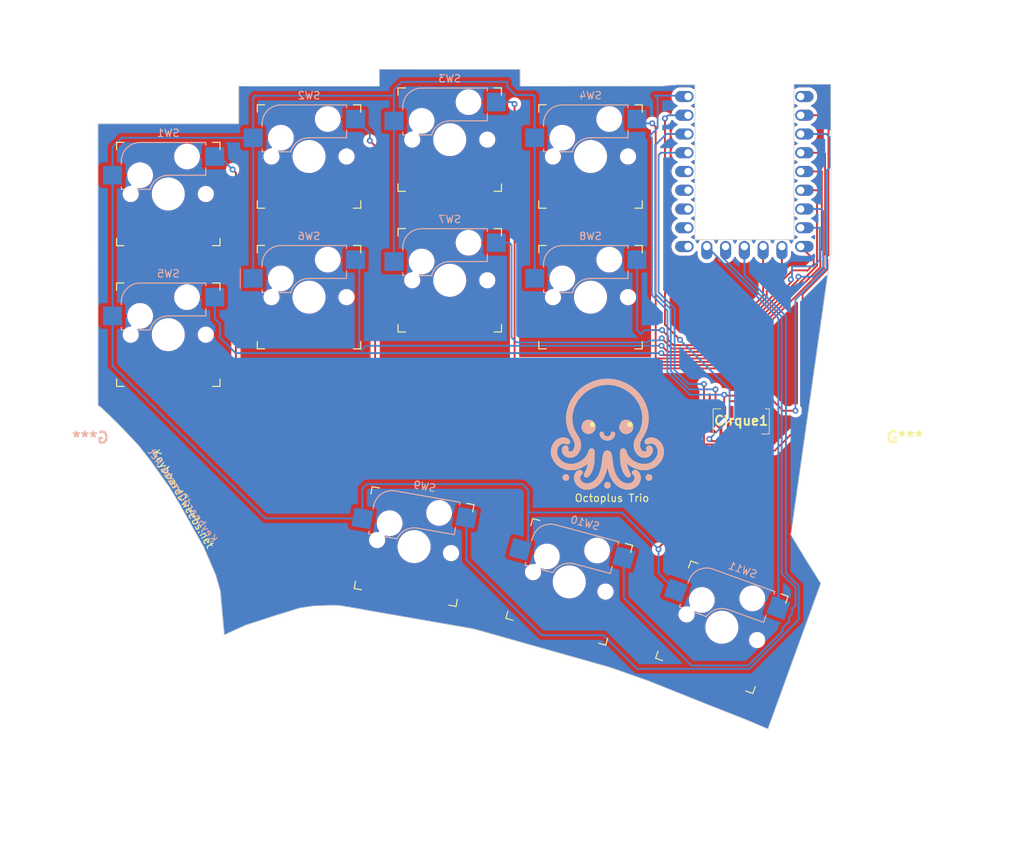
<source format=kicad_pcb>
(kicad_pcb (version 20221018) (generator pcbnew)
  (layers (0 "F.Cu" signal) (31 "B.Cu" signal) (34 "B.Paste" user) (35 "F.Paste" user) (36 "B.SilkS" user "B.Silkscreen") (37 "F.SilkS" user "F.Silkscreen") (38 "B.Mask" user) (39 "F.Mask" user) (44 "Edge.Cuts" user))
  (net 0 "")
  (net 1 "/SW1")
  (net 2 "/GND")
  (net 3 "/SW2")
  (net 4 "/SW3")
  (net 5 "/SW4")
  (net 6 "/SW5")
  (net 7 "/SW6")
  (net 8 "/SW7")
  (net 9 "/SW8")
  (net 10 "/SW9")
  (net 11 "/SW10")
  (net 12 "/SW11")
  (net 13 "/3v3")
  (net 14 "/CS")
  (net 15 "/SCK")
  (net 16 "/MOSI")
  (net 17 "/MISO")
  (footprint "keyswitches:Kailh_socket_MX" (layer "F.Cu") (at 128.778 82.296)
    (fp_text reference "SW2" (at 0 -8.255) (layer "B.SilkS") (effects (justify mirror)))
    (fp_text value "SW_PUSH")
    (pad "" np_thru_hole circle (at -5.08 0) (size 1.7018 1.7018) (drill 1.7018) (layers "*.Cu" "*.Mask"))
    (pad "" np_thru_hole circle (at -3.81 -2.54) (size 3 3) (drill 3) (layers "*.Cu" "*.Mask"))
    (pad "" np_thru_hole circle (at 0 0) (size 3.9878 3.9878) (drill 3.9878) (layers "*.Cu" "*.Mask"))
    (pad "" np_thru_hole circle (at 2.54 -5.08) (size 3 3) (drill 3) (layers "*.Cu" "*.Mask"))
    (pad "" np_thru_hole circle (at 5.08 0) (size 1.7018 1.7018) (drill 1.7018) (layers "*.Cu" "*.Mask"))
    (pad "1" smd rect (at 6.29 -5.08) (size 2.55 2.5) (layers "B.Cu" "B.Paste" "B.Mask") (net 3 "/SW2"))
    (pad "2" smd rect (at -7.56 -2.54) (size 2.55 2.5) (layers "B.Cu" "B.Paste" "B.Mask") (net 2 "/GND"))
  )
  (footprint "keyswitches:Kailh_socket_MX" (layer "F.Cu") (at 147.828 99.06)
    (fp_text reference "SW7" (at 0 -8.255) (layer "B.SilkS") (effects (justify mirror)))
    (fp_text value "SW_PUSH")
    (pad "" np_thru_hole circle (at -5.08 0) (size 1.7018 1.7018) (drill 1.7018) (layers "*.Cu" "*.Mask"))
    (pad "" np_thru_hole circle (at -3.81 -2.54) (size 3 3) (drill 3) (layers "*.Cu" "*.Mask"))
    (pad "" np_thru_hole circle (at 0 0) (size 3.9878 3.9878) (drill 3.9878) (layers "*.Cu" "*.Mask"))
    (pad "" np_thru_hole circle (at 2.54 -5.08) (size 3 3) (drill 3) (layers "*.Cu" "*.Mask"))
    (pad "" np_thru_hole circle (at 5.08 0) (size 1.7018 1.7018) (drill 1.7018) (layers "*.Cu" "*.Mask"))
    (pad "1" smd rect (at 6.29 -5.08) (size 2.55 2.5) (layers "B.Cu" "B.Paste" "B.Mask") (net 8 "/SW7"))
    (pad "2" smd rect (at -7.56 -2.54) (size 2.55 2.5) (layers "B.Cu" "B.Paste" "B.Mask") (net 2 "/GND"))
  )
  (footprint "keyswitches:Kailh_socket_MX" (layer "F.Cu") (at 184.658 146.05 -20)
    (fp_text reference "SW11" (at 0 -8.255 -20) (layer "B.SilkS") (effects (justify mirror)))
    (fp_text value "SW_PUSH")
    (pad "" np_thru_hole circle (at -5.08 0 340) (size 1.7018 1.7018) (drill 1.7018) (layers "*.Cu" "*.Mask"))
    (pad "" np_thru_hole circle (at -3.81 -2.54 340) (size 3 3) (drill 3) (layers "*.Cu" "*.Mask"))
    (pad "" np_thru_hole circle (at 0 0 340) (size 3.9878 3.9878) (drill 3.9878) (layers "*.Cu" "*.Mask"))
    (pad "" np_thru_hole circle (at 2.54 -5.08 340) (size 3 3) (drill 3) (layers "*.Cu" "*.Mask"))
    (pad "" np_thru_hole circle (at 5.08 0 340) (size 1.7018 1.7018) (drill 1.7018) (layers "*.Cu" "*.Mask"))
    (pad "1" smd rect (at 6.29 -5.08 340) (size 2.55 2.5) (layers "B.Cu" "B.Paste" "B.Mask") (net 12 "/SW11"))
    (pad "2" smd rect (at -7.56 -2.54 340) (size 2.55 2.5) (layers "B.Cu" "B.Paste" "B.Mask") (net 2 "/GND"))
  )
  (footprint "keyswitches:Kailh_socket_MX" (layer "F.Cu") (at 166.878 82.296)
    (fp_text reference "SW4" (at 0 -8.255) (layer "B.SilkS") (effects (justify mirror)))
    (fp_text value "SW_PUSH")
    (pad "" np_thru_hole circle (at -5.08 0) (size 1.7018 1.7018) (drill 1.7018) (layers "*.Cu" "*.Mask"))
    (pad "" np_thru_hole circle (at -3.81 -2.54) (size 3 3) (drill 3) (layers "*.Cu" "*.Mask"))
    (pad "" np_thru_hole circle (at 0 0) (size 3.9878 3.9878) (drill 3.9878) (layers "*.Cu" "*.Mask"))
    (pad "" np_thru_hole circle (at 2.54 -5.08) (size 3 3) (drill 3) (layers "*.Cu" "*.Mask"))
    (pad "" np_thru_hole circle (at 5.08 0) (size 1.7018 1.7018) (drill 1.7018) (layers "*.Cu" "*.Mask"))
    (pad "1" smd rect (at 6.29 -5.08) (size 2.55 2.5) (layers "B.Cu" "B.Paste" "B.Mask") (net 5 "/SW4"))
    (pad "2" smd rect (at -7.56 -2.54) (size 2.55 2.5) (layers "B.Cu" "B.Paste" "B.Mask") (net 2 "/GND"))
  )
  (footprint "molex:0781271220" (layer "F.Cu") (at 187.53 116.48)
    (fp_text reference "Cirque1" (at -0.25 1.6) (layer "F.SilkS") (effects (font (size 1.27 1.27) (thickness 0.254))))
    (fp_text value "0781271220" hide)
    (pad "1" smd rect (at -3 2.8) (size 0.4 1.6) (layers "F.Cu" "F.Paste" "F.Mask") (net 15 "/SCK"))
    (pad "2" smd rect (at -2.5 0.4) (size 0.4 1.6) (layers "F.Cu" "F.Paste" "F.Mask") (net 17 "/MISO"))
    (pad "3" smd rect (at -2 2.8) (size 0.4 1.6) (layers "F.Cu" "F.Paste" "F.Mask") (net 14 "/CS"))
    (pad "4" smd rect (at -1.5 0.4) (size 0.4 1.6) (layers "F.Cu" "F.Paste" "F.Mask"))
    (pad "5" smd rect (at -1 2.8) (size 0.4 1.6) (layers "F.Cu" "F.Paste" "F.Mask") (net 16 "/MOSI"))
    (pad "6" smd rect (at -0.5 0.4) (size 0.4 1.6) (layers "F.Cu" "F.Paste" "F.Mask"))
    (pad "7" smd rect (at 0 2.8) (size 0.4 1.6) (layers "F.Cu" "F.Paste" "F.Mask"))
    (pad "8" smd rect (at 0.5 0.4) (size 0.4 1.6) (layers "F.Cu" "F.Paste" "F.Mask"))
    (pad "9" smd rect (at 1 2.8) (size 0.4 1.6) (layers "F.Cu" "F.Paste" "F.Mask") (net 14 "/CS"))
    (pad "10" smd rect (at 1.5 0.4) (size 0.4 1.6) (layers "F.Cu" "F.Paste" "F.Mask") (net 17 "/MISO"))
    (pad "11" smd rect (at 2 2.8) (size 0.4 1.6) (layers "F.Cu" "F.Paste" "F.Mask") (net 2 "/GND"))
    (pad "12" smd rect (at 2.5 0.4) (size 0.4 1.6) (layers "F.Cu" "F.Paste" "F.Mask") (net 13 "/3v3"))
  )
  (footprint "keyswitches:Kailh_socket_MX" (layer "F.Cu") (at 143.002 135.128 -10)
    (fp_text reference "SW9" (at 0 -8.255 -10) (layer "B.SilkS") (effects (justify mirror)))
    (fp_text value "SW_PUSH")
    (pad "" np_thru_hole circle (at -5.08 0 350) (size 1.7018 1.7018) (drill 1.7018) (layers "*.Cu" "*.Mask"))
    (pad "" np_thru_hole circle (at -3.81 -2.54 350) (size 3 3) (drill 3) (layers "*.Cu" "*.Mask"))
    (pad "" np_thru_hole circle (at 0 0 350) (size 3.9878 3.9878) (drill 3.9878) (layers "*.Cu" "*.Mask"))
    (pad "" np_thru_hole circle (at 2.54 -5.08 350) (size 3 3) (drill 3) (layers "*.Cu" "*.Mask"))
    (pad "" np_thru_hole circle (at 5.08 0 350) (size 1.7018 1.7018) (drill 1.7018) (layers "*.Cu" "*.Mask"))
    (pad "1" smd rect (at 6.29 -5.08 350) (size 2.55 2.5) (layers "B.Cu" "B.Paste" "B.Mask") (net 10 "/SW9"))
    (pad "2" smd rect (at -7.56 -2.54 350) (size 2.55 2.5) (layers "B.Cu" "B.Paste" "B.Mask") (net 2 "/GND"))
  )
  (footprint "keyswitches:Kailh_socket_MX" (layer "F.Cu") (at 164.0031 139.9092 -15)
    (fp_text reference "SW10" (at 0 -8.255 -15) (layer "B.SilkS") (effects (justify mirror)))
    (fp_text value "SW_PUSH")
    (pad "" np_thru_hole circle (at -5.08 0 345) (size 1.7018 1.7018) (drill 1.7018) (layers "*.Cu" "*.Mask"))
    (pad "" np_thru_hole circle (at -3.81 -2.54 345) (size 3 3) (drill 3) (layers "*.Cu" "*.Mask"))
    (pad "" np_thru_hole circle (at 0 0 345) (size 3.9878 3.9878) (drill 3.9878) (layers "*.Cu" "*.Mask"))
    (pad "" np_thru_hole circle (at 2.54 -5.08 345) (size 3 3) (drill 3) (layers "*.Cu" "*.Mask"))
    (pad "" np_thru_hole circle (at 5.08 0 345) (size 1.7018 1.7018) (drill 1.7018) (layers "*.Cu" "*.Mask"))
    (pad "1" smd rect (at 6.29 -5.08 345) (size 2.55 2.5) (layers "B.Cu" "B.Paste" "B.Mask") (net 11 "/SW10"))
    (pad "2" smd rect (at -7.56 -2.54 345) (size 2.55 2.5) (layers "B.Cu" "B.Paste" "B.Mask") (net 2 "/GND"))
  )
  (footprint "keyswitches:Kailh_socket_MX" (layer "F.Cu") (at 109.728 106.426)
    (fp_text reference "SW5" (at 0 -8.255) (layer "B.SilkS") (effects (justify mirror)))
    (fp_text value "SW_PUSH")
    (pad "" np_thru_hole circle (at -5.08 0) (size 1.7018 1.7018) (drill 1.7018) (layers "*.Cu" "*.Mask"))
    (pad "" np_thru_hole circle (at -3.81 -2.54) (size 3 3) (drill 3) (layers "*.Cu" "*.Mask"))
    (pad "" np_thru_hole circle (at 0 0) (size 3.9878 3.9878) (drill 3.9878) (layers "*.Cu" "*.Mask"))
    (pad "" np_thru_hole circle (at 2.54 -5.08) (size 3 3) (drill 3) (layers "*.Cu" "*.Mask"))
    (pad "" np_thru_hole circle (at 5.08 0) (size 1.7018 1.7018) (drill 1.7018) (layers "*.Cu" "*.Mask"))
    (pad "1" smd rect (at 6.29 -5.08) (size 2.55 2.5) (layers "B.Cu" "B.Paste" "B.Mask") (net 6 "/SW5"))
    (pad "2" smd rect (at -7.56 -2.54) (size 2.55 2.5) (layers "B.Cu" "B.Paste" "B.Mask") (net 2 "/GND"))
  )
  (footprint "pics:octo20mm" (layer "F.Cu") (at 169.17 120.1)
    (fp_text reference "G***" (at 40.25 0.22) (layer "F.SilkS") (effects (font (size 1.5 1.5) (thickness 0.3))))
    (fp_text value "LOGO" hide)
  )
  (footprint "keyswitches:Kailh_socket_MX" (layer "F.Cu") (at 166.878 101.346)
    (fp_text reference "SW8" (at 0 -8.255) (layer "B.SilkS") (effects (justify mirror)))
    (fp_text value "SW_PUSH")
    (pad "" np_thru_hole circle (at -5.08 0) (size 1.7018 1.7018) (drill 1.7018) (layers "*.Cu" "*.Mask"))
    (pad "" np_thru_hole circle (at -3.81 -2.54) (size 3 3) (drill 3) (layers "*.Cu" "*.Mask"))
    (pad "" np_thru_hole circle (at 0 0) (size 3.9878 3.9878) (drill 3.9878) (layers "*.Cu" "*.Mask"))
    (pad "" np_thru_hole circle (at 2.54 -5.08) (size 3 3) (drill 3) (layers "*.Cu" "*.Mask"))
    (pad "" np_thru_hole circle (at 5.08 0) (size 1.7018 1.7018) (drill 1.7018) (layers "*.Cu" "*.Mask"))
    (pad "1" smd rect (at 6.29 -5.08) (size 2.55 2.5) (layers "B.Cu" "B.Paste" "B.Mask") (net 9 "/SW8"))
    (pad "2" smd rect (at -7.56 -2.54) (size 2.55 2.5) (layers "B.Cu" "B.Paste" "B.Mask") (net 2 "/GND"))
  )
  (footprint "keyswitches:Kailh_socket_MX" (layer "F.Cu") (at 128.778 101.346)
    (fp_text reference "SW6" (at 0 -8.255) (layer "B.SilkS") (effects (justify mirror)))
    (fp_text value "SW_PUSH")
    (pad "" np_thru_hole circle (at -5.08 0) (size 1.7018 1.7018) (drill 1.7018) (layers "*.Cu" "*.Mask"))
    (pad "" np_thru_hole circle (at -3.81 -2.54) (size 3 3) (drill 3) (layers "*.Cu" "*.Mask"))
    (pad "" np_thru_hole circle (at 0 0) (size 3.9878 3.9878) (drill 3.9878) (layers "*.Cu" "*.Mask"))
    (pad "" np_thru_hole circle (at 2.54 -5.08) (size 3 3) (drill 3) (layers "*.Cu" "*.Mask"))
    (pad "" np_thru_hole circle (at 5.08 0) (size 1.7018 1.7018) (drill 1.7018) (layers "*.Cu" "*.Mask"))
    (pad "1" smd rect (at 6.29 -5.08) (size 2.55 2.5) (layers "B.Cu" "B.Paste" "B.Mask") (net 7 "/SW6"))
    (pad "2" smd rect (at -7.56 -2.54) (size 2.55 2.5) (layers "B.Cu" "B.Paste" "B.Mask") (net 2 "/GND"))
  )
  (footprint "keyswitches:Kailh_socket_MX" (layer "F.Cu") (at 109.728 87.376)
    (fp_text reference "SW1" (at 0 -8.255) (layer "B.SilkS") (effects (justify mirror)))
    (fp_text value "SW_PUSH")
    (pad "" np_thru_hole circle (at -5.08 0) (size 1.7018 1.7018) (drill 1.7018) (layers "*.Cu" "*.Mask"))
    (pad "" np_thru_hole circle (at -3.81 -2.54) (size 3 3) (drill 3) (layers "*.Cu" "*.Mask"))
    (pad "" np_thru_hole circle (at 0 0) (size 3.9878 3.9878) (drill 3.9878) (layers "*.Cu" "*.Mask"))
    (pad "" np_thru_hole circle (at 2.54 -5.08) (size 3 3) (drill 3) (layers "*.Cu" "*.Mask"))
    (pad "" np_thru_hole circle (at 5.08 0) (size 1.7018 1.7018) (drill 1.7018) (layers "*.Cu" "*.Mask"))
    (pad "1" smd rect (at 6.29 -5.08) (size 2.55 2.5) (layers "B.Cu" "B.Paste" "B.Mask") (net 1 "/SW1"))
    (pad "2" smd rect (at -7.56 -2.54) (size 2.55 2.5) (layers "B.Cu" "B.Paste" "B.Mask") (net 2 "/GND"))
  )
  (footprint "keyswitches:Kailh_socket_MX" (layer "F.Cu") (at 147.828 80.01)
    (fp_text reference "SW3" (at 0 -8.255) (layer "B.SilkS") (effects (justify mirror)))
    (fp_text value "SW_PUSH")
    (pad "" np_thru_hole circle (at -5.08 0) (size 1.7018 1.7018) (drill 1.7018) (layers "*.Cu" "*.Mask"))
    (pad "" np_thru_hole circle (at -3.81 -2.54) (size 3 3) (drill 3) (layers "*.Cu" "*.Mask"))
    (pad "" np_thru_hole circle (at 0 0) (size 3.9878 3.9878) (drill 3.9878) (layers "*.Cu" "*.Mask"))
    (pad "" np_thru_hole circle (at 2.54 -5.08) (size 3 3) (drill 3) (layers "*.Cu" "*.Mask"))
    (pad "" np_thru_hole circle (at 5.08 0) (size 1.7018 1.7018) (drill 1.7018) (layers "*.Cu" "*.Mask"))
    (pad "1" smd rect (at 6.29 -5.08) (size 2.55 2.5) (layers "B.Cu" "B.Paste" "B.Mask") (net 4 "/SW3"))
    (pad "2" smd rect (at -7.56 -2.54) (size 2.55 2.5) (layers "B.Cu" "B.Paste" "B.Mask") (net 2 "/GND"))
  )
  (footprint "pics:octo20mm" (layer "B.Cu") (at 169.17 120.1 180)
    (fp_text reference "G***" (at 69.99 -0.28) (layer "B.SilkS") (effects (font (size 1.5 1.5) (thickness 0.3)) (justify mirror)))
    (fp_text value "LOGO" hide)
  )
  (footprint "mcu:rp2040-zero-tht-nocut" (layer "B.Cu") (at 187.706 84.328 180)
    (fp_text reference "U1" hide)
    (fp_text value "rp2040-zero" hide)
    (pad "1" thru_hole oval (at 7.62 10.16) (size 2.5 1.5) (drill 1 (offset -0.5 0)) (layers "*.Cu" "*.Mask") (net 17 "/MISO"))
    (pad "2" thru_hole oval (at 7.62 7.62) (size 2.5 1.5) (drill 1 (offset -0.5 0)) (layers "*.Cu" "*.Mask") (net 14 "/CS"))
    (pad "3" thru_hole oval (at 7.62 5.08) (size 2.5 1.5) (drill 1 (offset -0.5 0)) (layers "*.Cu" "*.Mask") (net 15 "/SCK"))
    (pad "4" thru_hole oval (at 7.62 2.54) (size 2.5 1.5) (drill 1 (offset -0.5 0)) (layers "*.Cu" "*.Mask") (net 16 "/MOSI"))
    (pad "5" thru_hole oval (at 7.62 0) (size 2.5 1.5) (drill 1 (offset -0.5 0)) (layers "*.Cu" "*.Mask"))
    (pad "6" thru_hole oval (at 7.62 -2.54) (size 2.5 1.5) (drill 1 (offset -0.5 0)) (layers "*.Cu" "*.Mask"))
    (pad "7" thru_hole oval (at 7.62 -5.08) (size 2.5 1.5) (drill 1 (offset -0.5 0)) (layers "*.Cu" "*.Mask"))
    (pad "8" thru_hole oval (at 7.62 -7.62) (size 2.5 1.5) (drill 1 (offset -0.5 0)) (layers "*.Cu" "*.Mask"))
    (pad "9" thru_hole oval (at 7.62 -10.16) (size 2.5 1.5) (drill 1 (offset -0.5 0)) (layers "*.Cu" "*.Mask"))
    (pad "10" thru_hole oval (at 5.08 -10.16 90) (size 2.5 1.5) (drill 1 (offset -0.5 0)) (layers "*.Cu" "*.Mask") (net 12 "/SW11"))
    (pad "11" thru_hole oval (at 2.54 -10.16 90) (size 2.5 1.5) (drill 1 (offset -0.5 0)) (layers "*.Cu" "*.Mask") (net 11 "/SW10"))
    (pad "12" thru_hole oval (at 0 -10.16 90) (size 2.5 1.5) (drill 1 (offset -0.5 0)) (layers "*.Cu" "*.Mask") (net 10 "/SW9"))
    (pad "13" thru_hole oval (at -2.54 -10.16 90) (size 2.5 1.5) (drill 1 (offset -0.5 0)) (layers "*.Cu" "*.Mask") (net 9 "/SW8"))
    (pad "14" thru_hole oval (at -5.08 -10.16 90) (size 2.5 1.5) (drill 1 (offset -0.5 0)) (layers "*.Cu" "*.Mask") (net 8 "/SW7"))
    (pad "15" thru_hole oval (at -7.62 -10.16 180) (size 2.5 1.5) (drill 1 (offset -0.5 0)) (layers "*.Cu" "*.Mask") (net 7 "/SW6"))
    (pad "16" thru_hole oval (at -7.62 -7.62 180) (size 2.5 1.5) (drill 1 (offset -0.5 0)) (layers "*.Cu" "*.Mask") (net 6 "/SW5"))
    (pad "17" thru_hole oval (at -7.62 -5.08 180) (size 2.5 1.5) (drill 1 (offset -0.5 0)) (layers "*.Cu" "*.Mask") (net 5 "/SW4"))
    (pad "18" thru_hole oval (at -7.62 -2.54 180) (size 2.5 1.5) (drill 1 (offset -0.5 0)) (layers "*.Cu" "*.Mask") (net 4 "/SW3"))
    (pad "19" thru_hole oval (at -7.62 0 180) (size 2.5 1.5) (drill 1 (offset -0.5 0)) (layers "*.Cu" "*.Mask") (net 3 "/SW2"))
    (pad "20" thru_hole oval (at -7.62 2.54 180) (size 2.5 1.5) (drill 1 (offset -0.5 0)) (layers "*.Cu" "*.Mask") (net 1 "/SW1"))
    (pad "21" thru_hole oval (at -7.62 5.08 180) (size 2.5 1.5) (drill 1 (offset -0.5 0)) (layers "*.Cu" "*.Mask") (net 13 "/3v3"))
    (pad "22" thru_hole oval (at -7.62 7.62 180) (size 2.5 1.5) (drill 1 (offset -0.5 0)) (layers "*.Cu" "*.Mask") (net 2 "/GND"))
    (pad "23" thru_hole oval (at -7.62 10.16 180) (size 2.5 1.5) (drill 1 (offset -0.5 0)) (layers "*.Cu" "*.Mask"))
  )
  (gr_line (start 196.15 137.06) (end 194.01 133.53) (stroke (width 0.1)) (layer "Edge.Cuts"))
  (gr_line (start 127.56 143.45) (end 124.32 144.44) (stroke (width 0.1)) (layer "Edge.Cuts"))
  (gr_line (start 187.88 158.56) (end 190.9 159.84) (stroke (width 0.1)) (layer "Edge.Cuts"))
  (gr_line (start 114.52 135.19) (end 116.16 139.03) (stroke (width 0.1)) (layer "Edge.Cuts"))
  (gr_line (start 105.78 121.54) (end 107.31 123.48) (stroke (width 0.1)) (layer "Edge.Cuts"))
  (gr_line (start 101.15 116.79) (end 101.49 117.11) (stroke (width 0.1)) (layer "Edge.Cuts"))
  (gr_line (start 116.16 139.03) (end 116.77 141.17) (stroke (width 0.1)) (layer "Edge.Cuts"))
  (gr_line (start 134.47 143.38) (end 137.9 143.99) (stroke (width 0.1)) (layer "Edge.Cuts"))
  (gr_line (start 100.38 116.12) (end 100.54 116.24) (stroke (width 0.1)) (layer "Edge.Cuts"))
  (gr_line (start 119.25 77.85) (end 100.2 77.85) (stroke (width 0.1)) (layer "Edge.Cuts"))
  (gr_line (start 116.77 141.17) (end 116.88 142.47) (stroke (width 0.1)) (layer "Edge.Cuts"))
  (gr_line (start 109.92 127.16) (end 111.3 129.46) (stroke (width 0.1)) (layer "Edge.Cuts"))
  (gr_line (start 117.3 147.1) (end 116.88 142.47) (stroke (width 0.1)) (layer "Edge.Cuts"))
  (gr_line (start 101.82 117.43) (end 102.1 117.71) (stroke (width 0.1)) (layer "Edge.Cuts"))
  (gr_line (start 103.44 119.05) (end 104.01 119.63) (stroke (width 0.1)) (layer "Edge.Cuts"))
  (gr_line (start 157.37 72.76) (end 157.36 70.49) (stroke (width 0.1)) (layer "Edge.Cuts"))
  (gr_line (start 111.3 129.46) (end 114.52 135.19) (stroke (width 0.1)) (layer "Edge.Cuts"))
  (gr_line (start 100.54 116.24) (end 100.66 116.34) (stroke (width 0.1)) (layer "Edge.Cuts"))
  (gr_line (start 100.2 77.85) (end 100.21 115.95) (stroke (width 0.1)) (layer "Edge.Cuts"))
  (gr_line (start 199.41 95.37) (end 199.4 72.51) (stroke (width 0.1)) (layer "Edge.Cuts"))
  (gr_line (start 137.9 143.99) (end 151.03 146.28) (stroke (width 0.1)) (layer "Edge.Cuts"))
  (gr_line (start 157.36 70.49) (end 138.3 70.48) (stroke (width 0.1)) (layer "Edge.Cuts"))
  (gr_line (start 199.4 72.51) (end 194.42 72.51) (stroke (width 0.1)) (layer "Edge.Cuts"))
  (gr_line (start 181.03 93.56) (end 181.02 72.57) (stroke (width 0.1)) (layer "Edge.Cuts"))
  (gr_line (start 100.29 116.06) (end 100.38 116.12) (stroke (width 0.1)) (layer "Edge.Cuts"))
  (gr_line (start 169.53 151.5) (end 174.74 153.34) (stroke (width 0.1)) (layer "Edge.Cuts"))
  (gr_line (start 100.66 116.34) (end 100.93 116.57) (stroke (width 0.1)) (layer "Edge.Cuts"))
  (gr_line (start 119.25 72.76) (end 119.25 77.85) (stroke (width 0.1)) (layer "Edge.Cuts"))
  (gr_line (start 176.42 72.75) (end 157.37 72.76) (stroke (width 0.1)) (layer "Edge.Cuts"))
  (gr_line (start 178.7 72.56) (end 176.42 72.75) (stroke (width 0.1)) (layer "Edge.Cuts"))
  (gr_line (start 132.83 143.11) (end 134.47 143.38) (stroke (width 0.1)) (layer "Edge.Cuts"))
  (gr_line (start 190.9 159.84) (end 198.06 140.1) (stroke (width 0.1)) (layer "Edge.Cuts"))
  (gr_line (start 102.79 118.39) (end 103.44 119.05) (stroke (width 0.1)) (layer "Edge.Cuts"))
  (gr_line (start 198.06 140.1) (end 196.15 137.06) (stroke (width 0.1)) (layer "Edge.Cuts"))
  (gr_line (start 174.74 153.34) (end 182.16 156.31) (stroke (width 0.1)) (layer "Edge.Cuts"))
  (gr_line (start 129.4 143.18) (end 127.56 143.45) (stroke (width 0.1)) (layer "Edge.Cuts"))
  (gr_line (start 182.16 156.31) (end 187.88 158.56) (stroke (width 0.1)) (layer "Edge.Cuts"))
  (gr_line (start 152.39 146.66) (end 157.81 148.19) (stroke (width 0.1)) (layer "Edge.Cuts"))
  (gr_line (start 199.41 95.37) (end 194.01 133.53) (stroke (width 0.1)) (layer "Edge.Cuts"))
  (gr_line (start 181.02 72.57) (end 178.7 72.56) (stroke (width 0.1)) (layer "Edge.Cuts"))
  (gr_line (start 157.81 148.19) (end 169.53 151.5) (stroke (width 0.1)) (layer "Edge.Cuts"))
  (gr_line (start 101.49 117.11) (end 101.82 117.43) (stroke (width 0.1)) (layer "Edge.Cuts"))
  (gr_line (start 124.32 144.44) (end 120.23 145.77) (stroke (width 0.1)) (layer "Edge.Cuts"))
  (gr_line (start 102.1 117.71) (end 102.79 118.39) (stroke (width 0.1)) (layer "Edge.Cuts"))
  (gr_line (start 194.42 93.56) (end 181.03 93.56) (stroke (width 0.1)) (layer "Edge.Cuts"))
  (gr_line (start 104.01 119.63) (end 105.78 121.54) (stroke (width 0.1)) (layer "Edge.Cuts"))
  (gr_line (start 100.21 115.95) (end 100.29 116.06) (stroke (width 0.1)) (layer "Edge.Cuts"))
  (gr_line (start 151.03 146.28) (end 152.39 146.66) (stroke (width 0.1)) (layer "Edge.Cuts"))
  (gr_line (start 131.59 143.09) (end 132.83 143.11) (stroke (width 0.1)) (layer "Edge.Cuts"))
  (gr_line (start 100.93 116.57) (end 101.15 116.79) (stroke (width 0.1)) (layer "Edge.Cuts"))
  (gr_line (start 194.42 72.51) (end 194.42 93.56) (stroke (width 0.1)) (layer "Edge.Cuts"))
  (gr_line (start 138.3 72.77) (end 119.25 72.76) (stroke (width 0.1)) (layer "Edge.Cuts"))
  (gr_line (start 120.23 145.77) (end 117.3 147.1) (stroke (width 0.1)) (layer "Edge.Cuts"))
  (gr_line (start 107.31 123.48) (end 109.92 127.16) (stroke (width 0.1)) (layer "Edge.Cuts"))
  (gr_line (start 131.59 143.09) (end 129.4 143.18) (stroke (width 0.1)) (layer "Edge.Cuts"))
  (gr_line (start 138.3 70.48) (end 138.3 72.77) (stroke (width 0.1)) (layer "Edge.Cuts"))
  (gr_text "KeyboardDweebs.net" (at 115.61 134.86 -55) (layer "B.SilkS") (effects (font (size 1 1)) (justify left bottom mirror)))
  (gr_text "KeyboardDweebs.net" (at 107.37 122.31 -60) (layer "F.SilkS") (effects (font (size 1 1)) (justify left bottom)))
  (gr_text "Octoplus Trio" (at 164.66 129.15) (layer "F.SilkS") (effects (font (size 1 1)) (justify left bottom)))
  (segment (start 198.64 88.7) (end 198.64 92.69) (width 0.25) (layer "F.Cu") (net 1))
  (segment (start 118.88 84.51) (end 118.44 84.07) (width 0.25) (layer "F.Cu") (net 1))
  (segment (start 198.64 95.45) (end 198.44 95.65) (width 0.25) (layer "F.Cu") (net 1))
  (segment (start 198.49 97.406396) (end 184.896396 111) (width 0.25) (layer "F.Cu") (net 1))
  (segment (start 198.64 92.69) (end 198.64 95.45) (width 0.25) (layer "F.Cu") (net 1))
  (segment (start 195.326 81.788) (end 198.478 81.788) (width 0.25) (layer "F.Cu") (net 1))
  (segment (start 198.478 81.788) (end 198.64 81.95) (width 0.25) (layer "F.Cu") (net 1))
  (segment (start 198.44 95.65) (end 198.44 97.356396) (width 0.25) (layer "F.Cu") (net 1))
  (segment (start 198.64 81.95) (end 198.64 88.7) (width 0.25) (layer "F.Cu") (net 1))
  (segment (start 198.44 97.356396) (end 198.49 97.406396) (width 0.25) (layer "F.Cu") (net 1))
  (segment (start 184.896396 111) (end 118.88 111) (width 0.25) (layer "F.Cu") (net 1))
  (segment (start 118.88 111) (end 118.88 84.51) (width 0.25) (layer "F.Cu") (net 1))
  (via (at 118.44 84.07) (size 0.8) (drill 0.4) (layers "F.Cu" "B.Cu") (net 1))
  (segment (start 116.666 82.296) (end 116.018 82.296) (width 0.25) (layer "B.Cu") (net 1))
  (segment (start 118.44 84.07) (end 116.666 82.296) (width 0.25) (layer "B.Cu") (net 1))
  (segment (start 198.768 76.708) (end 199.09 77.03) (width 0.25) (layer "F.Cu") (net 2))
  (segment (start 198.89 95.836396) (end 198.89 96.19) (width 0.25) (layer "F.Cu") (net 2))
  (segment (start 198.89 96.19) (end 198.94 96.24) (width 0.25) (layer "F.Cu") (net 2))
  (segment (start 199.09 77.03) (end 199.09 95.636396) (width 0.25) (layer "F.Cu") (net 2))
  (segment (start 198.94 96.24) (end 198.94 97.592792) (width 0.25) (layer "F.Cu") (net 2))
  (segment (start 176.09 135.31) (end 176.09 135.49) (width 0.25) (layer "F.Cu") (net 2))
  (segment (start 195.59 118.36) (end 191.81 122.14) (width 0.25) (layer "F.Cu") (net 2))
  (segment (start 199.09 95.636396) (end 198.89 95.836396) (width 0.25) (layer "F.Cu") (net 2))
  (segment (start 189.8 122.14) (end 189.53 121.87) (width 0.25) (layer "F.Cu") (net 2))
  (segment (start 191.81 122.14) (end 189.8 122.14) (width 0.25) (layer "F.Cu") (net 2))
  (segment (start 195.326 76.708) (end 198.768 76.708) (width 0.25) (layer "F.Cu") (net 2))
  (segment (start 189.53 121.87) (end 176.09 135.31) (width 0.25) (layer "F.Cu") (net 2))
  (segment (start 198.94 97.592792) (end 195.59 100.942792) (width 0.25) (layer "F.Cu") (net 2))
  (segment (start 195.59 100.942792) (end 195.59 118.36) (width 0.25) (layer "F.Cu") (net 2))
  (segment (start 189.53 121.87) (end 189.53 119.28) (width 0.25) (layer "F.Cu") (net 2))
  (via (at 176.09 135.49) (size 0.8) (drill 0.4) (layers "F.Cu" "B.Cu") (net 2))
  (segment (start 171.1 130.5) (end 158.45 130.5) (width 0.25) (layer "B.Cu") (net 2))
  (segment (start 102.168 110.618) (end 122.863808 131.313808) (width 0.25) (layer "B.Cu") (net 2))
  (segment (start 178.422655 141.077508) (end 176.09 138.744853) (width 0.25) (layer "B.Cu") (net 2))
  (segment (start 140.268 74.07) (end 121.54 74.07) (width 0.25) (layer "B.Cu") (net 2))
  (segment (start 155.6 72.18) (end 141.33 72.18) (width 0.25) (layer "B.Cu") (net 2))
  (segment (start 159.318 79.756) (end 159.318 98.806) (width 0.25) (layer "B.Cu") (net 2))
  (segment (start 102.168 81.012) (end 102.168 84.836) (width 0.25) (layer "B.Cu") (net 2))
  (segment (start 159.318 74.108) (end 159.18 73.97) (width 0.25) (layer "B.Cu") (net 2))
  (segment (start 135.99792 127.26208) (end 136.59 126.67) (width 0.25) (layer "B.Cu") (net 2))
  (segment (start 155.6 72.84) (end 155.6 72.18) (width 0.25) (layer "B.Cu") (net 2))
  (segment (start 158.45 130.5) (end 158.45 130.67) (width 0.25) (layer "B.Cu") (net 2))
  (segment (start 176.09 135.49) (end 171.1 130.5) (width 0.25) (layer "B.Cu") (net 2))
  (segment (start 140.268 73.242) (end 140.268 74.07) (width 0.25) (layer "B.Cu") (net 2))
  (segment (start 141.33 72.18) (end 140.268 73.242) (width 0.25) (layer "B.Cu") (net 2))
  (segment (start 158.45 134.407177) (end 157.358101 135.499076) (width 0.25) (layer "B.Cu") (net 2))
  (segment (start 102.168 103.886) (end 102.168 110.618) (width 0.25) (layer "B.Cu") (net 2))
  (segment (start 159.18 73.97) (end 156.73 73.97) (width 0.25) (layer "B.Cu") (net 2))
  (segment (start 156.73 73.97) (end 155.6 72.84) (width 0.25) (layer "B.Cu") (net 2))
  (segment (start 158.45 130.67) (end 158.45 134.407177) (width 0.25) (layer "B.Cu") (net 2))
  (segment (start 135.99792 131.313808) (end 135.99792 127.26208) (width 0.25) (layer "B.Cu") (net 2))
  (segment (start 176.09 138.744853) (end 176.09 135.49) (width 0.25) (layer "B.Cu") (net 2))
  (segment (start 157.64 126.67) (end 158.45 127.48) (width 0.25) (layer "B.Cu") (net 2))
  (segment (start 121.54 74.07) (end 121.49 74.02) (width 0.25) (layer "B.Cu") (net 2))
  (segment (start 103.424 79.756) (end 102.168 81.012) (width 0.25) (layer "B.Cu") (net 2))
  (segment (start 122.863808 131.313808) (end 135.99792 131.313808) (width 0.25) (layer "B.Cu") (net 2))
  (segment (start 159.318 79.756) (end 159.318 74.108) (width 0.25) (layer "B.Cu") (net 2))
  (segment (start 102.168 84.836) (end 102.168 103.886) (width 0.25) (layer "B.Cu") (net 2))
  (segment (start 158.45 127.48) (end 158.45 130.67) (width 0.25) (layer "B.Cu") (net 2))
  (segment (start 121.49 74.02) (end 121.218 74.292) (width 0.25) (layer "B.Cu") (net 2))
  (segment (start 121.218 79.756) (end 103.424 79.756) (width 0.25) (layer "B.Cu") (net 2))
  (segment (start 136.59 126.67) (end 157.64 126.67) (width 0.25) (layer "B.Cu") (net 2))
  (segment (start 140.268 74.07) (end 140.268 77.47) (width 0.25) (layer "B.Cu") (net 2))
  (segment (start 121.218 79.756) (end 121.218 98.806) (width 0.25) (layer "B.Cu") (net 2))
  (segment (start 140.268 77.47) (end 140.268 96.52) (width 0.25) (layer "B.Cu") (net 2))
  (segment (start 121.218 74.292) (end 121.218 79.756) (width 0.25) (layer "B.Cu") (net 2))
  (segment (start 198.19 94.81) (end 197.99 95.01) (width 0.25) (layer "F.Cu") (net 3))
  (segment (start 184.71 110.55) (end 137.9 110.55) (width 0.25) (layer "F.Cu") (net 3))
  (segment (start 193.69 101.57) (end 184.71 110.55) (width 0.25) (layer "F.Cu") (net 3))
  (segment (start 197.99 95.836396) (end 197.99 97.27) (width 0.25) (layer "F.Cu") (net 3))
  (segment (start 137.73 110.38) (end 137.73 80.88) (width 0.25) (layer "F.Cu") (net 3))
  (segment (start 197.99 97.27) (end 193.69 101.57) (width 0.25) (layer "F.Cu") (net 3))
  (segment (start 197.99 95.01) (end 197.99 95.836396) (width 0.25) (layer "F.Cu") (net 3))
  (segment (start 198.19 84.38) (end 198.19 94.81) (width 0.25) (layer "F.Cu") (net 3))
  (segment (start 198.188 84.328) (end 198.19 84.33) (width 0.25) (layer "F.Cu") (net 3))
  (segment (start 195.326 84.328) (end 198.188 84.328) (width 0.25) (layer "F.Cu") (net 3))
  (segment (start 198.19 84.33) (end 198.19 84.38) (width 0.25) (layer "F.Cu") (net 3))
  (segment (start 137.73 80.88) (end 137.01 80.16) (width 0.25) (layer "F.Cu") (net 3))
  (segment (start 137.9 110.55) (end 137.73 110.38) (width 0.25) (layer "F.Cu") (net 3))
  (via (at 137.01 80.16) (size 0.8) (drill 0.4) (layers "F.Cu" "B.Cu") (net 3))
  (segment (start 137.01 79.158) (end 135.068 77.216) (width 0.25) (layer "B.Cu") (net 3))
  (segment (start 137.01 80.16) (end 137.01 79.158) (width 0.25) (layer "B.Cu") (net 3))
  (segment (start 196.641802 97.981802) (end 187.096802 107.526802) (width 0.25) (layer "F.Cu") (net 4))
  (segment (start 184.523604 110.1) (end 179.07 110.1) (width 0.25) (layer "F.Cu") (net 4))
  (segment (start 197.54 97.083604) (end 196.641802 97.981802) (width 0.25) (layer "F.Cu") (net 4))
  (segment (start 197.54 87.51) (end 197.54 97.083604) (width 0.25) (layer "F.Cu") (net 4))
  (segment (start 195.326 86.868) (end 197.578 86.868) (width 0.25) (layer "F.Cu") (net 4))
  (segment (start 156.6 110.1) (end 156.6 75.19) (width 0.25) (layer "F.Cu") (net 4))
  (segment (start 197.74 87.31) (end 197.54 87.51) (width 0.25) (layer "F.Cu") (net 4))
  (segment (start 197.74 87.03) (end 197.74 87.31) (width 0.25) (layer "F.Cu") (net 4))
  (segment (start 179.07 110.1) (end 156.6 110.1) (width 0.25) (layer "F.Cu") (net 4))
  (segment (start 187.096802 107.526802) (end 184.523604 110.1) (width 0.25) (layer "F.Cu") (net 4))
  (segment (start 197.578 86.868) (end 197.74 87.03) (width 0.25) (layer "F.Cu") (net 4))
  (via (at 156.6 75.19) (size 0.8) (drill 0.4) (layers "F.Cu" "B.Cu") (net 4))
  (segment (start 156.6 75.19) (end 156.34 74.93) (width 0.25) (layer "B.Cu") (net 4))
  (segment (start 156.34 74.93) (end 154.118 74.93) (width 0.25) (layer "B.Cu") (net 4))
  (segment (start 175.7 78.26) (end 175.24 77.8) (width 0.25) (layer "F.Cu") (net 5))
  (segment (start 188.963604 105.023604) (end 184.337208 109.65) (width 0.25) (layer "F.Cu") (net 5))
  (segment (start 175.7 109.65) (end 175.7 78.26) (width 0.25) (layer "F.Cu") (net 5))
  (segment (start 184.337208 109.65) (end 180.15 109.65) (width 0.25) (layer "F.Cu") (net 5))
  (segment (start 195.019503 98.967705) (end 188.963604 105.023604) (width 0.25) (layer "F.Cu") (net 5))
  (segment (start 195.019503 98.579503) (end 195.019503 98.967705) (width 0.25) (layer "F.Cu") (net 5))
  (segment (start 180.15 109.65) (end 175.7 109.65) (width 0.25) (layer "F.Cu") (net 5))
  (via (at 195.019503 98.579503) (size 0.8) (drill 0.4) (layers "F.Cu" "B.Cu") (net 5))
  (via (at 175.24 77.8) (size 0.8) (drill 0.4) (layers "F.Cu" "B.Cu") (net 5))
  (segment (start 198.36 97.303604) (end 197.084101 98.579503) (width 0.25) (layer "B.Cu") (net 5))
  (segment (start 195.326 89.408) (end 198.098 89.408) (width 0.25) (layer "B.Cu") (net 5))
  (segment (start 175.24 77.8) (end 173.752 77.8) (width 0.25) (layer "B.Cu") (net 5))
  (segment (start 198.36 89.67) (end 198.36 97.303604) (width 0.25) (layer "B.Cu") (net 5))
  (segment (start 197.084101 98.579503) (end 195.019503 98.579503) (width 0.25) (layer "B.Cu") (net 5))
  (segment (start 173.752 77.8) (end 173.168 77.216) (width 0.25) (layer "B.Cu") (net 5))
  (segment (start 198.098 89.408) (end 198.36 89.67) (width 0.25) (layer "B.Cu") (net 5))
  (segment (start 194.006304 98.956304) (end 194.006304 99.344508) (width 0.25) (layer "F.Cu") (net 6))
  (segment (start 194.006304 99.344508) (end 190.135406 103.215406) (width 0.25) (layer "F.Cu") (net 6))
  (segment (start 177.44 109.2) (end 176.7445 109.2) (width 0.25) (layer "F.Cu") (net 6))
  (segment (start 190.135406 103.215406) (end 184.150812 109.2) (width 0.25) (layer "F.Cu") (net 6))
  (segment (start 176.7445 109.2) (end 176.47 108.9255) (width 0.25) (layer "F.Cu") (net 6))
  (segment (start 184.150812 109.2) (end 177.44 109.2) (width 0.25) (layer "F.Cu") (net 6))
  (via (at 194.006304 98.956304) (size 0.8) (drill 0.4) (layers "F.Cu" "B.Cu") (net 6))
  (via (at 176.47 108.9255) (size 0.8) (drill 0.4) (layers "F.Cu" "B.Cu") (net 6))
  (segment (start 116.018 104.258) (end 116.018 101.346) (width 0.25) (layer "B.Cu") (net 6))
  (segment (start 197.91 96.3) (end 197.04 97.17) (width 0.25) (layer "B.Cu") (net 6))
  (segment (start 116.71 106.79) (end 116.71 104.95) (width 0.25) (layer "B.Cu") (net 6))
  (segment (start 197.91 91.948) (end 197.91 96.3) (width 0.25) (layer "B.Cu") (net 6))
  (segment (start 197.04 97.17) (end 194.15 97.17) (width 0.25) (layer "B.Cu") (net 6))
  (segment (start 194.15 98.812608) (end 194.006304 98.956304) (width 0.25) (layer "B.Cu") (net 6))
  (segment (start 176.47 108.9255) (end 118.8455 108.9255) (width 0.25) (layer "B.Cu") (net 6))
  (segment (start 116.71 104.95) (end 116.018 104.258) (width 0.25) (layer "B.Cu") (net 6))
  (segment (start 195.326 91.948) (end 197.91 91.948) (width 0.25) (layer "B.Cu") (net 6))
  (segment (start 118.8455 108.9255) (end 116.71 106.79) (width 0.25) (layer "B.Cu") (net 6))
  (segment (start 194.15 97.17) (end 194.15 98.812608) (width 0.25) (layer "B.Cu") (net 6))
  (segment (start 191.722208 100.215095) (end 194.218699 97.718604) (width 0.25) (layer "F.Cu") (net 7))
  (segment (start 176.495768 107.926329) (end 176.496134 107.926329) (width 0.25) (layer "F.Cu") (net 7))
  (segment (start 194.218699 97.718604) (end 196.168604 97.718604) (width 0.25) (layer "F.Cu") (net 7))
  (segment (start 177.319805 108.75) (end 183.964416 108.75) (width 0.25) (layer "F.Cu") (net 7))
  (segment (start 183.964416 108.75) (end 191.722208 100.992208) (width 0.25) (layer "F.Cu") (net 7))
  (segment (start 176.496134 107.926329) (end 177.319805 108.75) (width 0.25) (layer "F.Cu") (net 7))
  (segment (start 191.722208 100.992208) (end 191.722208 100.215095) (width 0.25) (layer "F.Cu") (net 7))
  (segment (start 196.218604 97.768604) (end 197.09 96.897208) (width 0.25) (layer "F.Cu") (net 7))
  (segment (start 197.09 96.897208) (end 197.09 96.252) (width 0.25) (layer "F.Cu") (net 7))
  (segment (start 196.168604 97.718604) (end 196.218604 97.768604) (width 0.25) (layer "F.Cu") (net 7))
  (segment (start 197.09 96.252) (end 195.326 94.488) (width 0.25) (layer "F.Cu") (net 7))
  (via (at 176.495768 107.926329) (size 0.8) (drill 0.4) (layers "F.Cu" "B.Cu") (net 7))
  (segment (start 135.068 96.266) (end 135.58 96.778) (width 0.25) (layer "B.Cu") (net 7))
  (segment (start 135.58 103.63) (end 135.58 108.18) (width 0.25) (layer "B.Cu") (net 7))
  (segment (start 135.58 108.18) (end 135.8755 108.4755) (width 0.25) (layer "B.Cu") (net 7))
  (segment (start 135.94 108.4755) (end 136.489171 107.926329) (width 0.25) (layer "B.Cu") (net 7))
  (segment (start 135.8755 108.4755) (end 135.94 108.4755) (width 0.25) (layer "B.Cu") (net 7))
  (segment (start 135.58 96.778) (end 135.58 103.63) (width 0.25) (layer "B.Cu") (net 7))
  (segment (start 136.489171 107.926329) (end 176.495768 107.926329) (width 0.25) (layer "B.Cu") (net 7))
  (segment (start 176.524374 106.927236) (end 177.74 108.142862) (width 0.25) (layer "F.Cu") (net 8))
  (segment (start 190.73 100.570907) (end 192.786 98.514907) (width 0.25) (layer "F.Cu") (net 8))
  (segment (start 177.74 108.142862) (end 177.74 108.3) (width 0.25) (layer "F.Cu") (net 8))
  (segment (start 192.786 98.514907) (end 192.786 94.488) (width 0.25) (layer "F.Cu") (net 8))
  (segment (start 190.73 101.34802) (end 190.73 100.570907) (width 0.25) (layer "F.Cu") (net 8))
  (segment (start 183.77802 108.3) (end 190.73 101.34802) (width 0.25) (layer "F.Cu") (net 8))
  (segment (start 177.74 108.3) (end 183.77802 108.3) (width 0.25) (layer "F.Cu") (net 8))
  (via (at 176.524374 106.927236) (size 0.8) (drill 0.4) (layers "F.Cu" "B.Cu") (net 8))
  (segment (start 176.250281 107.201329) (end 176.524374 106.927236) (width 0.25) (layer "B.Cu") (net 8))
  (segment (start 156.866329 107.476329) (end 156.88 107.476329) (width 0.25) (layer "B.Cu") (net 8))
  (segment (start 174.296329 107.476329) (end 174.57 107.476329) (width 0.25) (layer "B.Cu") (net 8))
  (segment (start 156.19 106.8) (end 156.866329 107.476329) (width 0.25) (layer "B.Cu") (net 8))
  (segment (start 155.9 93.98) (end 156.19 94.27) (width 0.25) (layer "B.Cu") (net 8))
  (segment (start 154.118 93.98) (end 155.9 93.98) (width 0.25) (layer "B.Cu") (net 8))
  (segment (start 174.57 107.476329) (end 174.845 107.201329) (width 0.25) (layer "B.Cu") (net 8))
  (segment (start 156.19 94.27) (end 156.19 106.8) (width 0.25) (layer "B.Cu") (net 8))
  (segment (start 174.845 107.201329) (end 176.250281 107.201329) (width 0.25) (layer "B.Cu") (net 8))
  (segment (start 156.88 107.476329) (end 174.296329 107.476329) (width 0.25) (layer "B.Cu") (net 8))
  (segment (start 176.57 105.81) (end 177.376767 106.616767) (width 0.25) (layer "F.Cu") (net 9))
  (segment (start 177.376767 106.616767) (end 177.376767 107.143233) (width 0.25) (layer "F.Cu") (net 9))
  (segment (start 190.246 101.195624) (end 190.246 94.488) (width 0.25) (layer "F.Cu") (net 9))
  (segment (start 178.083534 107.85) (end 183.591624 107.85) (width 0.25) (layer "F.Cu") (net 9))
  (segment (start 177.376767 107.143233) (end 178.083534 107.85) (width 0.25) (layer "F.Cu") (net 9))
  (segment (start 183.591624 107.85) (end 190.246 101.195624) (width 0.25) (layer "F.Cu") (net 9))
  (via (at 176.57 105.81) (size 0.8) (drill 0.4) (layers "F.Cu" "B.Cu") (net 9))
  (segment (start 174.21 105.81) (end 176.57 105.81) (width 0.25) (layer "B.Cu") (net 9))
  (segment (start 173.1839 96.2819) (end 173.1839 105.8039) (width 0.25) (layer "B.Cu") (net 9))
  (segment (start 173.1839 105.8039) (end 173.7 106.32) (width 0.25) (layer "B.Cu") (net 9))
  (segment (start 173.168 96.266) (end 173.1839 96.2819) (width 0.25) (layer "B.Cu") (net 9))
  (segment (start 173.7 106.32) (end 174.21 105.81) (width 0.25) (layer "B.Cu") (net 9))
  (segment (start 193.33 138.717475) (end 195.07 140.457475) (width 0.25) (layer "B.Cu") (net 10))
  (segment (start 188.396396 151.69) (end 173.19 151.69) (width 0.25) (layer "B.Cu") (net 10))
  (segment (start 195.07 140.457475) (end 195.07 145.016396) (width 0.25) (layer "B.Cu") (net 10))
  (segment (start 173.19 151.69) (end 168.63 147.13) (width 0.25) (layer "B.Cu") (net 10))
  (segment (start 195.07 145.016396) (end 188.396396 151.69) (width 0.25) (layer "B.Cu") (net 10))
  (segment (start 150.078574 136.938574) (end 150.078574 131.217424) (width 0.25) (layer "B.Cu") (net 10))
  (segment (start 187.706 98.295208) (end 193.33 103.919208) (width 0.25) (layer "B.Cu") (net 10))
  (segment (start 193.33 103.919208) (end 193.33 138.717475) (width 0.25) (layer "B.Cu") (net 10))
  (segment (start 187.706 94.488) (end 187.706 98.295208) (width 0.25) (layer "B.Cu") (net 10))
  (segment (start 160.27 147.13) (end 150.078574 136.938574) (width 0.25) (layer "B.Cu") (net 10))
  (segment (start 168.63 147.13) (end 160.27 147.13) (width 0.25) (layer "B.Cu") (net 10))
  (segment (start 193.79 145.27) (end 192.86 146.2) (width 0.25) (layer "B.Cu") (net 11))
  (segment (start 192.756129 103.981733) (end 192.756129 138.78) (width 0.25) (layer "B.Cu") (net 11))
  (segment (start 194.62 140.643871) (end 194.62 143.1) (width 0.25) (layer "B.Cu") (net 11))
  (segment (start 188.21 151.24) (end 180.55 151.24) (width 0.25) (layer "B.Cu") (net 11))
  (segment (start 192.86 146.59) (end 188.21 151.24) (width 0.25) (layer "B.Cu") (net 11))
  (segment (start 192.756129 138.78) (end 194.62 140.643871) (width 0.25) (layer "B.Cu") (net 11))
  (segment (start 171.393574 142.083574) (end 171.393574 136.630269) (width 0.25) (layer "B.Cu") (net 11))
  (segment (start 184.69 94.964) (end 184.69 95.915604) (width 0.25) (layer "B.Cu") (net 11))
  (segment (start 185.166 94.488) (end 184.69 94.964) (width 0.25) (layer "B.Cu") (net 11))
  (segment (start 194.62 143.1) (end 194.17 143.55) (width 0.25) (layer "B.Cu") (net 11))
  (segment (start 180.55 151.24) (end 171.393574 142.083574) (width 0.25) (layer "B.Cu") (net 11))
  (segment (start 194.17 143.55) (end 194.17 144.25) (width 0.25) (layer "B.Cu") (net 11))
  (segment (start 192.86 146.2) (end 192.86 146.59) (width 0.25) (layer "B.Cu") (net 11))
  (segment (start 193.79 144.63) (end 193.79 145.27) (width 0.25) (layer "B.Cu") (net 11))
  (segment (start 184.69 95.915604) (end 192.756129 103.981733) (width 0.25) (layer "B.Cu") (net 11))
  (segment (start 194.17 144.25) (end 193.79 144.63) (width 0.25) (layer "B.Cu") (net 11))
  (segment (start 182.626 94.488) (end 192.306129 104.168129) (width 0.25) (layer "B.Cu") (net 12))
  (segment (start 192.306129 104.168129) (end 192.306129 143.427668) (width 0.25) (layer "B.Cu") (net 12))
  (segment (start 190.3 114.24) (end 190.03 114.51) (width 0.25) (layer "F.Cu") (net 13))
  (segment (start 190.46 114.24) (end 190.3 114.24) (width 0.25) (layer "F.Cu") (net 13))
  (segment (start 194.62 116.73) (end 192.95 116.73) (width 0.25) (layer "F.Cu") (net 13))
  (segment (start 190.03 114.51) (end 190.03 116.88) (width 0.25) (layer "F.Cu") (net 13))
  (segment (start 192.95 116.73) (end 190.46 114.24) (width 0.25) (layer "F.Cu") (net 13))
  (via (at 194.62 116.73) (size 0.8) (drill 0.4) (layers "F.Cu" "B.Cu") (net 13))
  (segment (start 198.89 79.32) (end 199.278149 79.708149) (width 0.25) (layer "B.Cu") (net 13))
  (segment (start 194.62 101.68) (end 194.62 116.73) (width 0.25) (layer "B.Cu") (net 13))
  (segment (start 199.278149 79.708149) (end 199.279248 82.220079) (width 0.25) (layer "B.Cu") (net 13))
  (segment (start 198.97 97.33) (end 194.62 101.68) (width 0.25) (layer "B.Cu") (net 13))
  (segment (start 199.279926 83.769926) (end 198.81 84.239852) (width 0.25) (layer "B.Cu") (net 13))
  (segment (start 198.818 79.248) (end 198.89 79.32) (width 0.25) (layer "B.Cu") (net 13))
  (segment (start 198.81 84.239852) (end 198.81 97.17) (width 0.25) (layer "B.Cu") (net 13))
  (segment (start 199.279248 82.220079) (end 199.279248 83.769248) (width 0.25) (layer "B.Cu") (net 13))
  (segment (start 195.326 79.248) (end 198.818 79.248) (width 0.25) (layer "B.Cu") (net 13))
  (segment (start 199.279248 83.769248) (end 199.279926 83.769926) (width 0.25) (layer "B.Cu") (net 13))
  (segment (start 185.52 120.84) (end 185.53 120.83) (width 0.25) (layer "F.Cu") (net 14))
  (segment (start 176.96 77.14) (end 176.96 105.09) (width 0.25) (layer "F.Cu") (net 14))
  (segment (start 182.9645 120.5655) (end 183.239 120.84) (width 0.25) (layer "F.Cu") (net 14))
  (segment (start 176.96 105.09) (end 178.99 107.12) (width 0.25) (layer "F.Cu") (net 14))
  (segment (start 183.239 120.84) (end 185.52 120.84) (width 0.25) (layer "F.Cu") (net 14))
  (segment (start 188.42 118.13) (end 188.53 118.24) (width 0.25) (layer "F.Cu") (net 14))
  (segment (start 185.92 118.13) (end 188.42 118.13) (width 0.25) (layer "F.Cu") (net 14))
  (segment (start 185.53 120.83) (end 185.53 119.28) (width 0.25) (layer "F.Cu") (net 14))
  (segment (start 185.53 118.52) (end 185.92 118.13) (width 0.25) (layer "F.Cu") (net 14))
  (segment (start 185.53 119.28) (end 185.53 118.52) (width 0.25) (layer "F.Cu") (net 14))
  (segment (start 188.53 118.24) (end 188.53 119.28) (width 0.25) (layer "F.Cu") (net 14))
  (via (at 176.96 77.14) (size 0.8) (drill 0.4) (layers "F.Cu" "B.Cu") (net 14))
  (via (at 178.99 107.12) (size 0.8) (drill 0.4) (layers "F.Cu" "B.Cu") (net 14))
  (via (at 182.9645 120.5655) (size 0.8) (drill 0.4) (layers "F.Cu" "B.Cu") (net 14))
  (segment (start 185.705 113.835) (end 185.705 117.825) (width 0.25) (layer "B.Cu") (net 14))
  (segment (start 178.99 107.12) (end 185.705 113.835) (width 0.25) (layer "B.Cu") (net 14))
  (segment (start 177.392 76.708) (end 176.96 77.14) (width 0.25) (layer "B.Cu") (net 14))
  (segment (start 180.086 76.708) (end 177.392 76.708) (width 0.25) (layer "B.Cu") (net 14))
  (segment (start 185.705 117.825) (end 182.9645 120.5655) (width 0.25) (layer "B.Cu") (net 14))
  (segment (start 183.8 118.55) (end 183.8 113.8355) (width 0.25) (layer "F.Cu") (net 15))
  (segment (start 184.53 119.28) (end 183.8 118.55) (width 0.25) (layer "F.Cu") (net 15))
  (via (at 183.8 113.8355) (size 0.8) (drill 0.4) (layers "F.Cu" "B.Cu") (net 15))
  (segment (start 183.8 113.8355) (end 180.251896 113.8355) (width 0.25) (layer "B.Cu") (net 15))
  (segment (start 180.251896 113.8355) (end 177.745 111.328604) (width 0.25) (layer "B.Cu") (net 15))
  (segment (start 175.64 100.873604) (end 175.64 80.75) (width 0.25) (layer "B.Cu") (net 15))
  (segment (start 177.142 79.248) (end 180.086 79.248) (width 0.25) (layer "B.Cu") (net 15))
  (segment (start 175.64 80.75) (end 177.142 79.248) (width 0.25) (layer "B.Cu") (net 15))
  (segment (start 177.745 111.328604) (end 177.745 102.978604) (width 0.25) (layer "B.Cu") (net 15))
  (segment (start 177.745 102.978604) (end 175.64 100.873604) (width 0.25) (layer "B.Cu") (net 15))
  (segment (start 186.53 120.61) (end 186.53 119.28) (width 0.25) (layer "F.Cu") (net 16))
  (segment (start 186.23 121.29) (end 186.54 120.98) (width 0.25) (layer "F.Cu") (net 16))
  (segment (start 186.54 120.98) (end 186.54 120.62) (width 0.25) (layer "F.Cu") (net 16))
  (segment (start 186.54 120.62) (end 186.53 120.61) (width 0.25) (layer "F.Cu") (net 16))
  (segment (start 182.33 121.29) (end 186.23 121.29) (width 0.25) (layer "F.Cu") (net 16))
  (segment (start 182.24 113.111) (end 182.24 121.2) (width 0.25) (layer "F.Cu") (net 16))
  (segment (start 182.24 121.2) (end 182.33 121.29) (width 0.25) (layer "F.Cu") (net 16))
  (via (at 182.24 113.111) (size 0.8) (drill 0.4) (layers "F.Cu" "B.Cu") (net 16))
  (segment (start 176.211396 100.808604) (end 178.26 102.857208) (width 0.25) (layer "B.Cu") (net 16))
  (segment (start 178.691396 111.638604) (end 180.163792 113.111) (width 0.25) (layer "B.Cu") (net 16))
  (segment (start 178.26 104.17) (end 178.26 111.207208) (width 0.25) (layer "B.Cu") (net 16))
  (segment (start 176.412 81.788) (end 176.09 82.11) (width 0.25) (layer "B.Cu") (net 16))
  (segment (start 178.26 111.207208) (end 178.691396 111.638604) (width 0.25) (layer "B.Cu") (net 16))
  (segment (start 176.09 82.17) (end 176.09 100.687208) (width 0.25) (layer "B.Cu") (net 16))
  (segment (start 180.163792 113.111) (end 182.24 113.111) (width 0.25) (layer "B.Cu") (net 16))
  (segment (start 176.09 82.11) (end 176.09 82.17) (width 0.25) (layer "B.Cu") (net 16))
  (segment (start 178.26 102.857208) (end 178.26 104.17) (width 0.25) (layer "B.Cu") (net 16))
  (segment (start 176.09 100.687208) (end 176.211396 100.808604) (width 0.25) (layer "B.Cu") (net 16))
  (segment (start 180.086 81.788) (end 176.412 81.788) (width 0.25) (layer "B.Cu") (net 16))
  (segment (start 189.03 114.68) (end 185.1 114.68) (width 0.25) (layer "F.Cu") (net 17))
  (segment (start 185.1 114.68) (end 184.98 114.56) (width 0.25) (layer "F.Cu") (net 17))
  (segment (start 189.03 116.88) (end 189.03 114.68) (width 0.25) (layer "F.Cu") (net 17))
  (segment (start 184.98 116.83) (end 185.03 116.88) (width 0.25) (layer "F.Cu") (net 17))
  (segment (start 184.98 114.56) (end 184.98 116.83) (width 0.25) (layer "F.Cu") (net 17))
  (via (at 184.98 114.56) (size 0.8) (drill 0.4) (layers "F.Cu" "B.Cu") (net 17))
  (segment (start 177.295 111.515) (end 177.3 111.52) (width 0.25) (layer "B.Cu") (net 17))
  (segment (start 175.965 74.425) (end 175.965 78.435) (width 0.25) (layer "B.Cu") (net 17))
  (segment (start 175.965 78.435) (end 174.9 79.5) (width 0.25) (layer "B.Cu") (net 17))
  (segment (start 179.978 74.06) (end 175.6 74.06) (width 0.25) (layer "B.Cu") (net 17))
  (segment (start 174.9 79.5) (end 175.19 79.79) (width 0.25) (layer "B.Cu") (net 17))
  (segment (start 177.295 103.165) (end 177.295 111.515) (width 0.25) (layer "B.Cu") (net 17))
  (segment (start 175.19 101.06) (end 177.295 103.165) (width 0.25) (layer "B.Cu") (net 17))
  (segment (start 180.34 114.56) (end 184.98 114.56) (width 0.25) (layer "B.Cu") (net 17))
  (segment (start 177.3 111.52) (end 180.34 114.56) (width 0.25) (layer "B.Cu") (net 17))
  (segment (start 175.6 74.06) (end 175.965 74.425) (width 0.25) (layer "B.Cu") (net 17))
  (segment (start 180.086 74.168) (end 179.978 74.06) (width 0.25) (layer "B.Cu") (net 17))
  (segment (start 175.19 79.79) (end 175.19 101.06) (width 0.25) (layer "B.Cu") (net 17))
  (zone (net 0) (net_name "") (layers "F&B.Cu") (connect_pads (clearance 0.5)) (min_thickness 0.25) (fill yes (thermal_gap 0.5) (thermal_bridge_width 0.5) (island_removal_mode 1) (island_area_min 10))
    (polygon (pts (xy 87.68 63.23) (xy 86.95 170.28) (xy 225.57 176.41) (xy 224.34 61.1)))
  )
)
</source>
